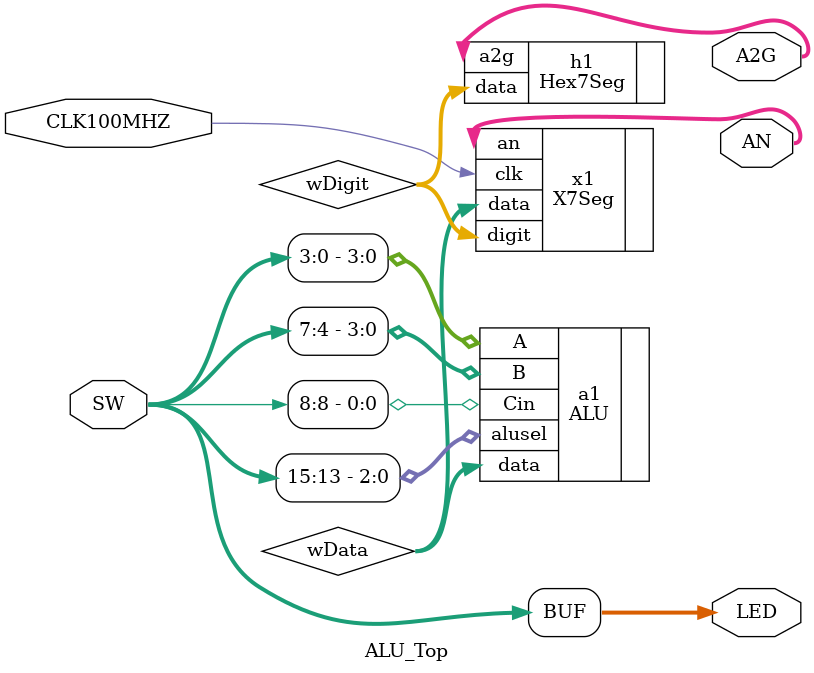
<source format=sv>
`timescale 1ns / 1ps


module ALU_Top(input logic CLK100MHZ,
                input logic [15:0] SW,
                output logic [15:0] LED,
                output logic [7:0] AN,
                output logic [6:0] A2G);
      
      logic [39:0] wData;
      logic [4:0] wDigit;
      
      assign LED = SW;
      ALU a1(.A    (SW[3:0]),
             .B    (SW[7:4]),
             .Cin  (SW[8]  ),
             .alusel(SW[15:13]),    //M(SW15), S1,S0(SW14, 13)
             .data  (wData)
             );
      
      // 分时复用数码管显示
      X7Seg x1(.clk (CLK100MHZ),
               .data(wData),
               .digit(wDigit),
               .an (AN)
               );
      // 单个七段数码管显示
      Hex7Seg h1(.data(wDigit), .a2g(A2G));
endmodule

</source>
